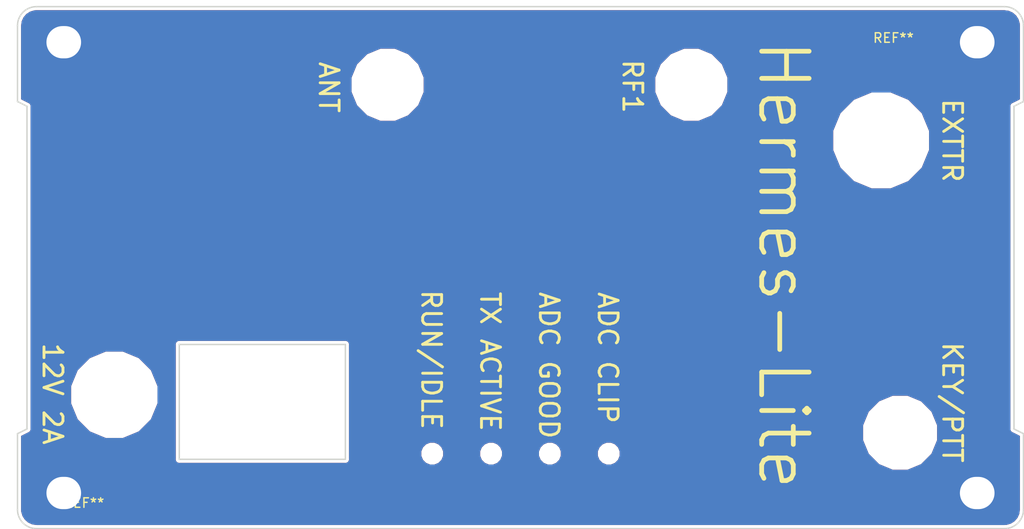
<source format=kicad_pcb>
(kicad_pcb (version 20171130) (host pcbnew 5.0.2-bee76a0~70~ubuntu16.04.1)

  (general
    (thickness 1.6)
    (drawings 26)
    (tracks 0)
    (zones 0)
    (modules 6)
    (nets 2)
  )

  (page A4)
  (layers
    (0 F.Cu signal)
    (31 B.Cu signal)
    (32 B.Adhes user)
    (33 F.Adhes user)
    (34 B.Paste user)
    (35 F.Paste user)
    (36 B.SilkS user)
    (37 F.SilkS user)
    (38 B.Mask user)
    (39 F.Mask user)
    (40 Dwgs.User user)
    (41 Cmts.User user)
    (42 Eco1.User user)
    (43 Eco2.User user)
    (44 Edge.Cuts user)
    (45 Margin user)
    (46 B.CrtYd user)
    (47 F.CrtYd user)
    (48 B.Fab user)
    (49 F.Fab user)
  )

  (setup
    (last_trace_width 0.25)
    (trace_clearance 0.2)
    (zone_clearance 0.3)
    (zone_45_only no)
    (trace_min 0.2)
    (segment_width 0.2)
    (edge_width 0.15)
    (via_size 0.8)
    (via_drill 0.4)
    (via_min_size 0.4)
    (via_min_drill 0.3)
    (uvia_size 0.3)
    (uvia_drill 0.1)
    (uvias_allowed no)
    (uvia_min_size 0.2)
    (uvia_min_drill 0.1)
    (pcb_text_width 0.3)
    (pcb_text_size 1.5 1.5)
    (mod_edge_width 0.15)
    (mod_text_size 1 1)
    (mod_text_width 0.15)
    (pad_size 1.524 1.524)
    (pad_drill 0.762)
    (pad_to_mask_clearance 0.051)
    (solder_mask_min_width 0.25)
    (aux_axis_origin 50 50)
    (grid_origin 50 50)
    (visible_elements FFFFFF7F)
    (pcbplotparams
      (layerselection 0x011fc_ffffffff)
      (usegerberextensions false)
      (usegerberattributes false)
      (usegerberadvancedattributes false)
      (creategerberjobfile false)
      (excludeedgelayer true)
      (linewidth 0.100000)
      (plotframeref false)
      (viasonmask false)
      (mode 1)
      (useauxorigin true)
      (hpglpennumber 1)
      (hpglpenspeed 20)
      (hpglpendiameter 15.000000)
      (psnegative false)
      (psa4output false)
      (plotreference false)
      (plotvalue false)
      (plotinvisibletext false)
      (padsonsilk false)
      (subtractmaskfromsilk false)
      (outputformat 1)
      (mirror false)
      (drillshape 0)
      (scaleselection 1)
      (outputdirectory "gerber/"))
  )

  (net 0 "")
  (net 1 Earth)

  (net_class Default "This is the default net class."
    (clearance 0.2)
    (trace_width 0.25)
    (via_dia 0.8)
    (via_drill 0.4)
    (uvia_dia 0.3)
    (uvia_drill 0.1)
    (add_net Earth)
  )

  (module endcaplib:mh3mm (layer F.Cu) (tedit 5D5F6C49) (tstamp 5D651D9B)
    (at 54.875 53.75)
    (path /5D58DD5D)
    (zone_connect 2)
    (fp_text reference MH1 (at 0.1 3.7) (layer F.SilkS) hide
      (effects (font (size 1 1) (thickness 0.15)))
    )
    (fp_text value 3mm (at 0.1 -3.6) (layer F.Fab)
      (effects (font (size 1 1) (thickness 0.15)))
    )
    (fp_arc (start -0.125 0) (end -0.125 -1.7) (angle -180) (layer Dwgs.User) (width 0.1))
    (fp_arc (start 0.125 0) (end 0.125 1.7) (angle -180) (layer Dwgs.User) (width 0.1))
    (fp_line (start 0.125 0) (end 0.125 -1) (layer Dwgs.User) (width 0.1))
    (fp_line (start -0.125 0) (end -0.125 1) (layer Dwgs.User) (width 0.1))
    (fp_line (start -1.1 0) (end 1.1 0) (layer Dwgs.User) (width 0.1))
    (pad 1 thru_hole circle (at 0 0) (size 4.9 4.9) (drill oval 3.65 3.4) (layers *.Cu *.Mask)
      (net 1 Earth) (zone_connect 2))
  )

  (module endcaplib:mh3mm (layer F.Cu) (tedit 5D5F6C49) (tstamp 5D651DA0)
    (at 151.125 53.75)
    (path /5D58DECC)
    (zone_connect 2)
    (fp_text reference MH2 (at 0.1 3.7) (layer F.SilkS) hide
      (effects (font (size 1 1) (thickness 0.15)))
    )
    (fp_text value 3mm (at 0.1 -3.6) (layer F.Fab)
      (effects (font (size 1 1) (thickness 0.15)))
    )
    (fp_arc (start -0.125 0) (end -0.125 -1.7) (angle -180) (layer Dwgs.User) (width 0.1))
    (fp_arc (start 0.125 0) (end 0.125 1.7) (angle -180) (layer Dwgs.User) (width 0.1))
    (fp_line (start 0.125 0) (end 0.125 -1) (layer Dwgs.User) (width 0.1))
    (fp_line (start -0.125 0) (end -0.125 1) (layer Dwgs.User) (width 0.1))
    (fp_line (start -1.1 0) (end 1.1 0) (layer Dwgs.User) (width 0.1))
    (pad 1 thru_hole circle (at 0 0) (size 4.9 4.9) (drill oval 3.65 3.4) (layers *.Cu *.Mask)
      (net 1 Earth) (zone_connect 2))
  )

  (module endcaplib:mh3mm (layer F.Cu) (tedit 5D5F6C49) (tstamp 5D651DA5)
    (at 151.125 101.25)
    (path /5D58DF0A)
    (zone_connect 2)
    (fp_text reference MH3 (at 0.1 3.7) (layer F.SilkS) hide
      (effects (font (size 1 1) (thickness 0.15)))
    )
    (fp_text value 3mm (at 0.1 -3.6) (layer F.Fab)
      (effects (font (size 1 1) (thickness 0.15)))
    )
    (fp_arc (start -0.125 0) (end -0.125 -1.7) (angle -180) (layer Dwgs.User) (width 0.1))
    (fp_arc (start 0.125 0) (end 0.125 1.7) (angle -180) (layer Dwgs.User) (width 0.1))
    (fp_line (start 0.125 0) (end 0.125 -1) (layer Dwgs.User) (width 0.1))
    (fp_line (start -0.125 0) (end -0.125 1) (layer Dwgs.User) (width 0.1))
    (fp_line (start -1.1 0) (end 1.1 0) (layer Dwgs.User) (width 0.1))
    (pad 1 thru_hole circle (at 0 0) (size 4.9 4.9) (drill oval 3.65 3.4) (layers *.Cu *.Mask)
      (net 1 Earth) (zone_connect 2))
  )

  (module endcaplib:mh3mm (layer F.Cu) (tedit 5D5F6C49) (tstamp 5D651DAA)
    (at 54.875 101.25)
    (path /5D58DF75)
    (zone_connect 2)
    (fp_text reference MH4 (at 0.1 3.7) (layer F.SilkS) hide
      (effects (font (size 1 1) (thickness 0.15)))
    )
    (fp_text value 3mm (at 0.1 -3.6) (layer F.Fab)
      (effects (font (size 1 1) (thickness 0.15)))
    )
    (fp_arc (start -0.125 0) (end -0.125 -1.7) (angle -180) (layer Dwgs.User) (width 0.1))
    (fp_arc (start 0.125 0) (end 0.125 1.7) (angle -180) (layer Dwgs.User) (width 0.1))
    (fp_line (start 0.125 0) (end 0.125 -1) (layer Dwgs.User) (width 0.1))
    (fp_line (start -0.125 0) (end -0.125 1) (layer Dwgs.User) (width 0.1))
    (fp_line (start -1.1 0) (end 1.1 0) (layer Dwgs.User) (width 0.1))
    (pad 1 thru_hole circle (at 0 0) (size 4.9 4.9) (drill oval 3.65 3.4) (layers *.Cu *.Mask)
      (net 1 Earth) (zone_connect 2))
  )

  (module endcaplib:basic_front (layer F.Cu) (tedit 5D599371) (tstamp 5D58D47B)
    (at 60.2 97.4)
    (fp_text reference REF** (at -3.2 4.9) (layer F.SilkS)
      (effects (font (size 1 1) (thickness 0.15)))
    )
    (fp_text value power_ethernet (at -6.3 -4.1) (layer F.Fab)
      (effects (font (size 1 1) (thickness 0.15)))
    )
    (fp_line (start 7.6 -1.4) (end 9.6 -1.4) (layer Dwgs.User) (width 0.1))
    (fp_line (start 8.6 -0.4) (end 8.6 -2.4) (layer Dwgs.User) (width 0.1))
    (fp_circle (center 8.6 -1.4) (end 10.4 -1.4) (layer Dwgs.User) (width 0.1))
    (fp_line (start 8.6 -11.1) (end 8.6 -9.1) (layer Dwgs.User) (width 0.1))
    (fp_line (start 7.6 -10.1) (end 9.6 -10.1) (layer Dwgs.User) (width 0.1))
    (fp_circle (center 8.6 -10.1) (end 10.4 -10.1) (layer Dwgs.User) (width 0.1))
    (fp_line (start 23.6 -10.1) (end 21.6 -10.1) (layer Dwgs.User) (width 0.1))
    (fp_line (start 22.6 -9.1) (end 22.6 -11.1) (layer Dwgs.User) (width 0.1))
    (fp_circle (center 22.6 -10.1) (end 24.4 -10.1) (layer Dwgs.User) (width 0.1))
    (fp_line (start 22.6 -2.4) (end 22.6 -0.4) (layer Dwgs.User) (width 0.1))
    (fp_line (start 21.6 -1.4) (end 23.6 -1.4) (layer Dwgs.User) (width 0.1))
    (fp_circle (center 22.6 -1.4) (end 24.4 -1.4) (layer Dwgs.User) (width 0.1))
    (fp_line (start 22.2 -5.7) (end 24.2 -5.7) (layer Dwgs.User) (width 0.1))
    (fp_line (start 23.2 -6.7) (end 23.2 -4.7) (layer Dwgs.User) (width 0.1))
    (fp_circle (center 23.2 -5.7) (end 24.4 -5.7) (layer Dwgs.User) (width 0.1))
    (fp_line (start 7 -5.7) (end 9 -5.7) (layer Dwgs.User) (width 0.1))
    (fp_line (start 8 -6.7) (end 8 -4.7) (layer Dwgs.User) (width 0.1))
    (fp_circle (center 8 -5.7) (end 9.2 -5.7) (layer Dwgs.User) (width 0.1))
    (fp_line (start 14.6 -5.75) (end 16.6 -5.75) (layer Dwgs.User) (width 0.1))
    (fp_line (start 15.6 -6.75) (end 15.6 -4.75) (layer Dwgs.User) (width 0.1))
    (fp_circle (center 15.6 -5.75) (end 21.74 -5.75) (layer Dwgs.User) (width 0.1))
    (fp_circle (center 82.8 -2.5) (end 86.412478 -2.5) (layer Dwgs.User) (width 0.1))
    (fp_line (start 82.8 -3.5) (end 82.8 -1.5) (layer Dwgs.User) (width 0.1))
    (fp_line (start 81.8 -2.5) (end 83.8 -2.5) (layer Dwgs.User) (width 0.1))
    (fp_circle (center 52.1 -0.3) (end 52.960233 -0.3) (layer Dwgs.User) (width 0.1))
    (fp_line (start 51.1 -0.3) (end 53.1 -0.3) (layer Dwgs.User) (width 0.1))
    (fp_line (start 52.1 -1.3) (end 52.1 0.7) (layer Dwgs.User) (width 0.1))
    (fp_circle (center 45.9 -0.3) (end 46.794427 -0.3) (layer Dwgs.User) (width 0.1))
    (fp_line (start 45.9 -1.3) (end 45.9 0.7) (layer Dwgs.User) (width 0.1))
    (fp_line (start 46.9 -0.3) (end 44.9 -0.3) (layer Dwgs.User) (width 0.1))
    (fp_circle (center 39.7 -0.3) (end 40.548528 -0.3) (layer Dwgs.User) (width 0.1))
    (fp_line (start 39.7 -1.3) (end 39.7 0.7) (layer Dwgs.User) (width 0.1))
    (fp_line (start 40.7 -0.3) (end 38.7 -0.3) (layer Dwgs.User) (width 0.1))
    (fp_circle (center 33.5 -0.3) (end 34.394427 -0.3) (layer Dwgs.User) (width 0.1))
    (fp_line (start 33.5 -1.3) (end 33.5 0.7) (layer Dwgs.User) (width 0.1))
    (fp_line (start 32.5 -0.3) (end 34.5 -0.3) (layer Dwgs.User) (width 0.1))
    (fp_circle (center 0 -6.5) (end 4.301163 -6.5) (layer Dwgs.User) (width 0.1))
    (fp_line (start -1 -6.5) (end 1 -6.5) (layer Dwgs.User) (width 0.1))
    (fp_line (start 0 -7.5) (end 0 -5.5) (layer Dwgs.User) (width 0.1))
    (fp_line (start 6.85 0.3) (end 24.35 0.3) (layer Edge.Cuts) (width 0.15))
    (fp_line (start 6.85 -11.8) (end 24.35 -11.8) (layer Edge.Cuts) (width 0.15))
    (fp_line (start 6.85 -11.8) (end 6.85 0.3) (layer Edge.Cuts) (width 0.15))
    (fp_line (start 24.35 -11.8) (end 24.35 0.3) (layer Edge.Cuts) (width 0.15))
    (pad "" np_thru_hole circle (at 0 -6.5) (size 8.5 8.5) (drill 8.5) (layers *.Cu *.Mask))
    (pad "" np_thru_hole circle (at 33.5 -0.3) (size 1.7 1.7) (drill 1.7) (layers *.Cu *.Mask))
    (pad "" np_thru_hole circle (at 39.7 -0.3) (size 1.7 1.7) (drill 1.7) (layers *.Cu *.Mask))
    (pad "" np_thru_hole circle (at 45.9 -0.3) (size 1.7 1.7) (drill 1.7) (layers *.Cu *.Mask))
    (pad "" np_thru_hole circle (at 52.1 -0.3) (size 1.7 1.7) (drill 1.7) (layers *.Cu *.Mask))
    (pad "" np_thru_hole circle (at 82.8 -2.5) (size 7.2 7.2) (drill 7.2) (layers *.Cu *.Mask))
  )

  (module endcaplib:basic_back (layer F.Cu) (tedit 5D599601) (tstamp 5D58E330)
    (at 141 57.6 180)
    (fp_text reference REF** (at -1.3 4.3 180) (layer F.SilkS)
      (effects (font (size 1 1) (thickness 0.15)))
    )
    (fp_text value basic_back (at -4.8 -15.1 180) (layer F.Fab) hide
      (effects (font (size 1 1) (thickness 0.15)))
    )
    (fp_line (start 0 -5.5) (end 0 -7.5) (layer Dwgs.User) (width 0.1))
    (fp_line (start -1 -6.5) (end 1 -6.5) (layer Dwgs.User) (width 0.1))
    (fp_circle (center 0 -6.5) (end 4.8 -6.5) (layer Dwgs.User) (width 0.1))
    (fp_line (start 51 -0.65) (end 53 -0.65) (layer Dwgs.User) (width 0.1))
    (fp_line (start 52 -1.65) (end 52 0.35) (layer Dwgs.User) (width 0.1))
    (fp_circle (center 52 -0.65) (end 55.5 -0.65) (layer Dwgs.User) (width 0.1))
    (fp_line (start 20 -1.65) (end 20 0.35) (layer Dwgs.User) (width 0.1))
    (fp_line (start 19 -0.65) (end 21 -0.65) (layer Dwgs.User) (width 0.1))
    (fp_circle (center 20 -0.65) (end 23.5 -0.65) (layer Dwgs.User) (width 0.1))
    (pad "" np_thru_hole circle (at 0 -6.5 180) (size 9.5 9.5) (drill 9.5) (layers *.Cu *.Mask))
    (pad "" np_thru_hole circle (at 20 -0.635 180) (size 7 7) (drill 7) (layers *.Cu *.Mask))
    (pad "" np_thru_hole circle (at 52 -0.635 180) (size 7 7) (drill 7) (layers *.Cu *.Mask))
  )

  (gr_text RUN/IDLE (at 93.6 87.2 270) (layer F.SilkS)
    (effects (font (size 2 2) (thickness 0.3)))
  )
  (gr_text "TX ACTIVE" (at 99.8 87.4 270) (layer F.SilkS)
    (effects (font (size 2 2) (thickness 0.3)))
  )
  (gr_text "ADC CLIP" (at 112.2 87 270) (layer F.SilkS)
    (effects (font (size 2 2) (thickness 0.3)))
  )
  (gr_text "ADC GOOD" (at 106 87.8 270) (layer F.SilkS)
    (effects (font (size 2 2) (thickness 0.3)))
  )
  (gr_text "12V 2A" (at 53.7 90.8 270) (layer F.SilkS)
    (effects (font (size 2 2) (thickness 0.3)))
  )
  (gr_text ANT (at 82.8 58.5 270) (layer F.SilkS)
    (effects (font (size 2 2) (thickness 0.3)))
  )
  (gr_text RF1 (at 114.8 58.4 270) (layer F.SilkS)
    (effects (font (size 2 2) (thickness 0.3)))
  )
  (gr_text KEY/PTT (at 148.5 91.7 270) (layer F.SilkS)
    (effects (font (size 2 2) (thickness 0.3)))
  )
  (gr_text EXTTR (at 148.5 64.1 270) (layer F.SilkS)
    (effects (font (size 2 2) (thickness 0.3)))
  )
  (gr_text Hermes-Lite (at 130.7 77.2 270) (layer F.SilkS)
    (effects (font (size 5 5) (thickness 0.5)))
  )
  (gr_arc (start 154 52) (end 156 52) (angle -90) (layer Edge.Cuts) (width 0.15))
  (gr_arc (start 154 103) (end 154 105) (angle -90) (layer Edge.Cuts) (width 0.15))
  (gr_arc (start 52 103) (end 50 103) (angle -90) (layer Edge.Cuts) (width 0.15))
  (gr_arc (start 52 52) (end 52 50) (angle -90) (layer Edge.Cuts) (width 0.15))
  (gr_line (start 50 60) (end 50 52) (layer Edge.Cuts) (width 0.15))
  (gr_line (start 51 60.5) (end 50 60) (layer Edge.Cuts) (width 0.15))
  (gr_line (start 51 94.5) (end 51 60.5) (layer Edge.Cuts) (width 0.15))
  (gr_line (start 50 95) (end 51 94.5) (layer Edge.Cuts) (width 0.15))
  (gr_line (start 50 103) (end 50 95) (layer Edge.Cuts) (width 0.15))
  (gr_line (start 154 105) (end 52 105) (layer Edge.Cuts) (width 0.15))
  (gr_line (start 156 95) (end 156 103) (layer Edge.Cuts) (width 0.15))
  (gr_line (start 155 94.5) (end 156 95) (layer Edge.Cuts) (width 0.15))
  (gr_line (start 156 60) (end 155 60.5) (layer Edge.Cuts) (width 0.15))
  (gr_line (start 155 60.5) (end 155 94.5) (layer Edge.Cuts) (width 0.15))
  (gr_line (start 156 52) (end 156 60) (layer Edge.Cuts) (width 0.15))
  (gr_line (start 52 50) (end 154 50) (layer Edge.Cuts) (width 0.15) (tstamp 5D651E4B))

  (zone (net 1) (net_name Earth) (layer F.Cu) (tstamp 5D599A4B) (hatch edge 0.508)
    (connect_pads (clearance 0.3))
    (min_thickness 0.2)
    (fill yes (arc_segments 16) (thermal_gap 0.3) (thermal_bridge_width 0.8))
    (polygon
      (pts
        (xy 50 50) (xy 50 105) (xy 156 105) (xy 156 50)
      )
    )
    (filled_polygon
      (pts
        (xy 154.426658 50.540949) (xy 154.819014 50.719342) (xy 155.145532 51.000688) (xy 155.379961 51.362368) (xy 155.508162 51.791043)
        (xy 155.525 52.017627) (xy 155.525001 59.706433) (xy 154.844694 60.046588) (xy 154.814665 60.052561) (xy 154.760903 60.088483)
        (xy 154.745734 60.096068) (xy 154.722095 60.114414) (xy 154.657545 60.157545) (xy 154.647876 60.172015) (xy 154.634131 60.182683)
        (xy 154.59569 60.250118) (xy 154.552561 60.314666) (xy 154.549166 60.331734) (xy 154.540549 60.34685) (xy 154.530842 60.423853)
        (xy 154.525 60.453222) (xy 154.525 60.470196) (xy 154.516915 60.534332) (xy 154.525 60.563856) (xy 154.525001 94.436141)
        (xy 154.516915 94.465668) (xy 154.525001 94.529812) (xy 154.525001 94.546779) (xy 154.530841 94.576136) (xy 154.540549 94.65315)
        (xy 154.549167 94.668269) (xy 154.552562 94.685335) (xy 154.595687 94.749876) (xy 154.634131 94.817317) (xy 154.647878 94.827986)
        (xy 154.657546 94.842455) (xy 154.722089 94.885581) (xy 154.745734 94.903932) (xy 154.760907 94.911519) (xy 154.814666 94.947439)
        (xy 154.844694 94.953412) (xy 155.525 95.293566) (xy 155.525001 102.966151) (xy 155.459052 103.426656) (xy 155.280658 103.819015)
        (xy 154.999312 104.145532) (xy 154.637631 104.379962) (xy 154.208957 104.508162) (xy 153.982374 104.525) (xy 52.033842 104.525)
        (xy 51.573344 104.459052) (xy 51.180985 104.280658) (xy 50.854468 103.999312) (xy 50.620038 103.637631) (xy 50.491838 103.208957)
        (xy 50.475 102.982374) (xy 50.475 95.293566) (xy 51.155309 94.953411) (xy 51.185334 94.947439) (xy 51.239088 94.911522)
        (xy 51.254266 94.903933) (xy 51.277916 94.885578) (xy 51.342455 94.842455) (xy 51.352122 94.827987) (xy 51.365869 94.817318)
        (xy 51.404311 94.74988) (xy 51.447439 94.685335) (xy 51.450834 94.668267) (xy 51.459451 94.653151) (xy 51.469158 94.576149)
        (xy 51.475 94.546779) (xy 51.475 94.529804) (xy 51.483085 94.465668) (xy 51.475 94.436144) (xy 51.475 89.975057)
        (xy 55.55 89.975057) (xy 55.55 91.824943) (xy 56.25792 93.534013) (xy 57.565987 94.84208) (xy 59.275057 95.55)
        (xy 61.124943 95.55) (xy 62.834013 94.84208) (xy 64.14208 93.534013) (xy 64.85 91.824943) (xy 64.85 89.975057)
        (xy 64.14208 88.265987) (xy 62.834013 86.95792) (xy 61.124943 86.25) (xy 59.275057 86.25) (xy 57.565987 86.95792)
        (xy 56.25792 88.265987) (xy 55.55 89.975057) (xy 51.475 89.975057) (xy 51.475 85.6) (xy 66.565695 85.6)
        (xy 66.575 85.646779) (xy 66.575001 97.653216) (xy 66.565695 97.7) (xy 66.602561 97.885335) (xy 66.707545 98.042455)
        (xy 66.864665 98.147439) (xy 67.003221 98.175) (xy 67.003222 98.175) (xy 67.05 98.184305) (xy 67.096779 98.175)
        (xy 84.503222 98.175) (xy 84.55 98.184305) (xy 84.735335 98.147439) (xy 84.892455 98.042455) (xy 84.997439 97.885335)
        (xy 85.025 97.746779) (xy 85.034305 97.7) (xy 85.025 97.653221) (xy 85.025 96.85136) (xy 92.45 96.85136)
        (xy 92.45 97.34864) (xy 92.640301 97.808068) (xy 92.991932 98.159699) (xy 93.45136 98.35) (xy 93.94864 98.35)
        (xy 94.408068 98.159699) (xy 94.759699 97.808068) (xy 94.95 97.34864) (xy 94.95 96.85136) (xy 98.65 96.85136)
        (xy 98.65 97.34864) (xy 98.840301 97.808068) (xy 99.191932 98.159699) (xy 99.65136 98.35) (xy 100.14864 98.35)
        (xy 100.608068 98.159699) (xy 100.959699 97.808068) (xy 101.15 97.34864) (xy 101.15 96.85136) (xy 104.85 96.85136)
        (xy 104.85 97.34864) (xy 105.040301 97.808068) (xy 105.391932 98.159699) (xy 105.85136 98.35) (xy 106.34864 98.35)
        (xy 106.808068 98.159699) (xy 107.159699 97.808068) (xy 107.35 97.34864) (xy 107.35 96.85136) (xy 111.05 96.85136)
        (xy 111.05 97.34864) (xy 111.240301 97.808068) (xy 111.591932 98.159699) (xy 112.05136 98.35) (xy 112.54864 98.35)
        (xy 113.008068 98.159699) (xy 113.359699 97.808068) (xy 113.55 97.34864) (xy 113.55 96.85136) (xy 113.359699 96.391932)
        (xy 113.008068 96.040301) (xy 112.54864 95.85) (xy 112.05136 95.85) (xy 111.591932 96.040301) (xy 111.240301 96.391932)
        (xy 111.05 96.85136) (xy 107.35 96.85136) (xy 107.159699 96.391932) (xy 106.808068 96.040301) (xy 106.34864 95.85)
        (xy 105.85136 95.85) (xy 105.391932 96.040301) (xy 105.040301 96.391932) (xy 104.85 96.85136) (xy 101.15 96.85136)
        (xy 100.959699 96.391932) (xy 100.608068 96.040301) (xy 100.14864 95.85) (xy 99.65136 95.85) (xy 99.191932 96.040301)
        (xy 98.840301 96.391932) (xy 98.65 96.85136) (xy 94.95 96.85136) (xy 94.759699 96.391932) (xy 94.408068 96.040301)
        (xy 93.94864 95.85) (xy 93.45136 95.85) (xy 92.991932 96.040301) (xy 92.640301 96.391932) (xy 92.45 96.85136)
        (xy 85.025 96.85136) (xy 85.025 94.10435) (xy 139 94.10435) (xy 139 95.69565) (xy 139.608963 97.165818)
        (xy 140.734182 98.291037) (xy 142.20435 98.9) (xy 143.79565 98.9) (xy 145.265818 98.291037) (xy 146.391037 97.165818)
        (xy 147 95.69565) (xy 147 94.10435) (xy 146.391037 92.634182) (xy 145.265818 91.508963) (xy 143.79565 90.9)
        (xy 142.20435 90.9) (xy 140.734182 91.508963) (xy 139.608963 92.634182) (xy 139 94.10435) (xy 85.025 94.10435)
        (xy 85.025 85.646779) (xy 85.034305 85.6) (xy 84.997439 85.414665) (xy 84.892455 85.257545) (xy 84.735335 85.152561)
        (xy 84.596779 85.125) (xy 84.596778 85.125) (xy 84.55 85.115695) (xy 84.503221 85.125) (xy 67.096778 85.125)
        (xy 67.05 85.115695) (xy 67.003221 85.125) (xy 66.864665 85.152561) (xy 66.707545 85.257545) (xy 66.602561 85.414665)
        (xy 66.565695 85.6) (xy 51.475 85.6) (xy 51.475 63.075601) (xy 135.85 63.075601) (xy 135.85 65.124399)
        (xy 136.634041 67.01724) (xy 138.08276 68.465959) (xy 139.975601 69.25) (xy 142.024399 69.25) (xy 143.91724 68.465959)
        (xy 145.365959 67.01724) (xy 146.15 65.124399) (xy 146.15 63.075601) (xy 145.365959 61.18276) (xy 143.91724 59.734041)
        (xy 142.024399 58.95) (xy 139.975601 58.95) (xy 138.08276 59.734041) (xy 136.634041 61.18276) (xy 135.85 63.075601)
        (xy 51.475 63.075601) (xy 51.475 60.563856) (xy 51.483085 60.534332) (xy 51.475 60.470196) (xy 51.475 60.453221)
        (xy 51.469158 60.423851) (xy 51.459451 60.346849) (xy 51.450834 60.331733) (xy 51.447439 60.314665) (xy 51.404311 60.25012)
        (xy 51.365869 60.182682) (xy 51.352122 60.172013) (xy 51.342455 60.157545) (xy 51.277914 60.11442) (xy 51.254266 60.096067)
        (xy 51.239091 60.088479) (xy 51.185335 60.052561) (xy 51.155309 60.046588) (xy 50.475 59.706434) (xy 50.475 57.459242)
        (xy 85.1 57.459242) (xy 85.1 59.010758) (xy 85.693739 60.444173) (xy 86.790827 61.541261) (xy 88.224242 62.135)
        (xy 89.775758 62.135) (xy 91.209173 61.541261) (xy 92.306261 60.444173) (xy 92.9 59.010758) (xy 92.9 57.459242)
        (xy 117.1 57.459242) (xy 117.1 59.010758) (xy 117.693739 60.444173) (xy 118.790827 61.541261) (xy 120.224242 62.135)
        (xy 121.775758 62.135) (xy 123.209173 61.541261) (xy 124.306261 60.444173) (xy 124.9 59.010758) (xy 124.9 57.459242)
        (xy 124.306261 56.025827) (xy 123.209173 54.928739) (xy 121.775758 54.335) (xy 120.224242 54.335) (xy 118.790827 54.928739)
        (xy 117.693739 56.025827) (xy 117.1 57.459242) (xy 92.9 57.459242) (xy 92.306261 56.025827) (xy 91.209173 54.928739)
        (xy 89.775758 54.335) (xy 88.224242 54.335) (xy 86.790827 54.928739) (xy 85.693739 56.025827) (xy 85.1 57.459242)
        (xy 50.475 57.459242) (xy 50.475 52.033842) (xy 50.540949 51.573342) (xy 50.719342 51.180986) (xy 51.000688 50.854468)
        (xy 51.362368 50.620039) (xy 51.791043 50.491838) (xy 52.017626 50.475) (xy 153.966158 50.475)
      )
    )
  )
  (zone (net 1) (net_name Earth) (layer B.Cu) (tstamp 5D599A48) (hatch edge 0.508)
    (connect_pads (clearance 0.3))
    (min_thickness 0.2)
    (fill yes (arc_segments 16) (thermal_gap 0.3) (thermal_bridge_width 0.8))
    (polygon
      (pts
        (xy 50 50) (xy 50 105) (xy 156 105) (xy 156 50)
      )
    )
    (filled_polygon
      (pts
        (xy 154.426658 50.540949) (xy 154.819014 50.719342) (xy 155.145532 51.000688) (xy 155.379961 51.362368) (xy 155.508162 51.791043)
        (xy 155.525 52.017627) (xy 155.525001 59.706433) (xy 154.844694 60.046588) (xy 154.814665 60.052561) (xy 154.760903 60.088483)
        (xy 154.745734 60.096068) (xy 154.722095 60.114414) (xy 154.657545 60.157545) (xy 154.647876 60.172015) (xy 154.634131 60.182683)
        (xy 154.59569 60.250118) (xy 154.552561 60.314666) (xy 154.549166 60.331734) (xy 154.540549 60.34685) (xy 154.530842 60.423853)
        (xy 154.525 60.453222) (xy 154.525 60.470196) (xy 154.516915 60.534332) (xy 154.525 60.563856) (xy 154.525001 94.436141)
        (xy 154.516915 94.465668) (xy 154.525001 94.529812) (xy 154.525001 94.546779) (xy 154.530841 94.576136) (xy 154.540549 94.65315)
        (xy 154.549167 94.668269) (xy 154.552562 94.685335) (xy 154.595687 94.749876) (xy 154.634131 94.817317) (xy 154.647878 94.827986)
        (xy 154.657546 94.842455) (xy 154.722089 94.885581) (xy 154.745734 94.903932) (xy 154.760907 94.911519) (xy 154.814666 94.947439)
        (xy 154.844694 94.953412) (xy 155.525 95.293566) (xy 155.525001 102.966151) (xy 155.459052 103.426656) (xy 155.280658 103.819015)
        (xy 154.999312 104.145532) (xy 154.637631 104.379962) (xy 154.208957 104.508162) (xy 153.982374 104.525) (xy 52.033842 104.525)
        (xy 51.573344 104.459052) (xy 51.180985 104.280658) (xy 50.854468 103.999312) (xy 50.620038 103.637631) (xy 50.491838 103.208957)
        (xy 50.475 102.982374) (xy 50.475 95.293566) (xy 51.155309 94.953411) (xy 51.185334 94.947439) (xy 51.239088 94.911522)
        (xy 51.254266 94.903933) (xy 51.277916 94.885578) (xy 51.342455 94.842455) (xy 51.352122 94.827987) (xy 51.365869 94.817318)
        (xy 51.404311 94.74988) (xy 51.447439 94.685335) (xy 51.450834 94.668267) (xy 51.459451 94.653151) (xy 51.469158 94.576149)
        (xy 51.475 94.546779) (xy 51.475 94.529804) (xy 51.483085 94.465668) (xy 51.475 94.436144) (xy 51.475 89.975057)
        (xy 55.55 89.975057) (xy 55.55 91.824943) (xy 56.25792 93.534013) (xy 57.565987 94.84208) (xy 59.275057 95.55)
        (xy 61.124943 95.55) (xy 62.834013 94.84208) (xy 64.14208 93.534013) (xy 64.85 91.824943) (xy 64.85 89.975057)
        (xy 64.14208 88.265987) (xy 62.834013 86.95792) (xy 61.124943 86.25) (xy 59.275057 86.25) (xy 57.565987 86.95792)
        (xy 56.25792 88.265987) (xy 55.55 89.975057) (xy 51.475 89.975057) (xy 51.475 85.6) (xy 66.565695 85.6)
        (xy 66.575 85.646779) (xy 66.575001 97.653216) (xy 66.565695 97.7) (xy 66.602561 97.885335) (xy 66.707545 98.042455)
        (xy 66.864665 98.147439) (xy 67.003221 98.175) (xy 67.003222 98.175) (xy 67.05 98.184305) (xy 67.096779 98.175)
        (xy 84.503222 98.175) (xy 84.55 98.184305) (xy 84.735335 98.147439) (xy 84.892455 98.042455) (xy 84.997439 97.885335)
        (xy 85.025 97.746779) (xy 85.034305 97.7) (xy 85.025 97.653221) (xy 85.025 96.85136) (xy 92.45 96.85136)
        (xy 92.45 97.34864) (xy 92.640301 97.808068) (xy 92.991932 98.159699) (xy 93.45136 98.35) (xy 93.94864 98.35)
        (xy 94.408068 98.159699) (xy 94.759699 97.808068) (xy 94.95 97.34864) (xy 94.95 96.85136) (xy 98.65 96.85136)
        (xy 98.65 97.34864) (xy 98.840301 97.808068) (xy 99.191932 98.159699) (xy 99.65136 98.35) (xy 100.14864 98.35)
        (xy 100.608068 98.159699) (xy 100.959699 97.808068) (xy 101.15 97.34864) (xy 101.15 96.85136) (xy 104.85 96.85136)
        (xy 104.85 97.34864) (xy 105.040301 97.808068) (xy 105.391932 98.159699) (xy 105.85136 98.35) (xy 106.34864 98.35)
        (xy 106.808068 98.159699) (xy 107.159699 97.808068) (xy 107.35 97.34864) (xy 107.35 96.85136) (xy 111.05 96.85136)
        (xy 111.05 97.34864) (xy 111.240301 97.808068) (xy 111.591932 98.159699) (xy 112.05136 98.35) (xy 112.54864 98.35)
        (xy 113.008068 98.159699) (xy 113.359699 97.808068) (xy 113.55 97.34864) (xy 113.55 96.85136) (xy 113.359699 96.391932)
        (xy 113.008068 96.040301) (xy 112.54864 95.85) (xy 112.05136 95.85) (xy 111.591932 96.040301) (xy 111.240301 96.391932)
        (xy 111.05 96.85136) (xy 107.35 96.85136) (xy 107.159699 96.391932) (xy 106.808068 96.040301) (xy 106.34864 95.85)
        (xy 105.85136 95.85) (xy 105.391932 96.040301) (xy 105.040301 96.391932) (xy 104.85 96.85136) (xy 101.15 96.85136)
        (xy 100.959699 96.391932) (xy 100.608068 96.040301) (xy 100.14864 95.85) (xy 99.65136 95.85) (xy 99.191932 96.040301)
        (xy 98.840301 96.391932) (xy 98.65 96.85136) (xy 94.95 96.85136) (xy 94.759699 96.391932) (xy 94.408068 96.040301)
        (xy 93.94864 95.85) (xy 93.45136 95.85) (xy 92.991932 96.040301) (xy 92.640301 96.391932) (xy 92.45 96.85136)
        (xy 85.025 96.85136) (xy 85.025 94.10435) (xy 139 94.10435) (xy 139 95.69565) (xy 139.608963 97.165818)
        (xy 140.734182 98.291037) (xy 142.20435 98.9) (xy 143.79565 98.9) (xy 145.265818 98.291037) (xy 146.391037 97.165818)
        (xy 147 95.69565) (xy 147 94.10435) (xy 146.391037 92.634182) (xy 145.265818 91.508963) (xy 143.79565 90.9)
        (xy 142.20435 90.9) (xy 140.734182 91.508963) (xy 139.608963 92.634182) (xy 139 94.10435) (xy 85.025 94.10435)
        (xy 85.025 85.646779) (xy 85.034305 85.6) (xy 84.997439 85.414665) (xy 84.892455 85.257545) (xy 84.735335 85.152561)
        (xy 84.596779 85.125) (xy 84.596778 85.125) (xy 84.55 85.115695) (xy 84.503221 85.125) (xy 67.096778 85.125)
        (xy 67.05 85.115695) (xy 67.003221 85.125) (xy 66.864665 85.152561) (xy 66.707545 85.257545) (xy 66.602561 85.414665)
        (xy 66.565695 85.6) (xy 51.475 85.6) (xy 51.475 63.075601) (xy 135.85 63.075601) (xy 135.85 65.124399)
        (xy 136.634041 67.01724) (xy 138.08276 68.465959) (xy 139.975601 69.25) (xy 142.024399 69.25) (xy 143.91724 68.465959)
        (xy 145.365959 67.01724) (xy 146.15 65.124399) (xy 146.15 63.075601) (xy 145.365959 61.18276) (xy 143.91724 59.734041)
        (xy 142.024399 58.95) (xy 139.975601 58.95) (xy 138.08276 59.734041) (xy 136.634041 61.18276) (xy 135.85 63.075601)
        (xy 51.475 63.075601) (xy 51.475 60.563856) (xy 51.483085 60.534332) (xy 51.475 60.470196) (xy 51.475 60.453221)
        (xy 51.469158 60.423851) (xy 51.459451 60.346849) (xy 51.450834 60.331733) (xy 51.447439 60.314665) (xy 51.404311 60.25012)
        (xy 51.365869 60.182682) (xy 51.352122 60.172013) (xy 51.342455 60.157545) (xy 51.277914 60.11442) (xy 51.254266 60.096067)
        (xy 51.239091 60.088479) (xy 51.185335 60.052561) (xy 51.155309 60.046588) (xy 50.475 59.706434) (xy 50.475 57.459242)
        (xy 85.1 57.459242) (xy 85.1 59.010758) (xy 85.693739 60.444173) (xy 86.790827 61.541261) (xy 88.224242 62.135)
        (xy 89.775758 62.135) (xy 91.209173 61.541261) (xy 92.306261 60.444173) (xy 92.9 59.010758) (xy 92.9 57.459242)
        (xy 117.1 57.459242) (xy 117.1 59.010758) (xy 117.693739 60.444173) (xy 118.790827 61.541261) (xy 120.224242 62.135)
        (xy 121.775758 62.135) (xy 123.209173 61.541261) (xy 124.306261 60.444173) (xy 124.9 59.010758) (xy 124.9 57.459242)
        (xy 124.306261 56.025827) (xy 123.209173 54.928739) (xy 121.775758 54.335) (xy 120.224242 54.335) (xy 118.790827 54.928739)
        (xy 117.693739 56.025827) (xy 117.1 57.459242) (xy 92.9 57.459242) (xy 92.306261 56.025827) (xy 91.209173 54.928739)
        (xy 89.775758 54.335) (xy 88.224242 54.335) (xy 86.790827 54.928739) (xy 85.693739 56.025827) (xy 85.1 57.459242)
        (xy 50.475 57.459242) (xy 50.475 52.033842) (xy 50.540949 51.573342) (xy 50.719342 51.180986) (xy 51.000688 50.854468)
        (xy 51.362368 50.620039) (xy 51.791043 50.491838) (xy 52.017626 50.475) (xy 153.966158 50.475)
      )
    )
  )
)

</source>
